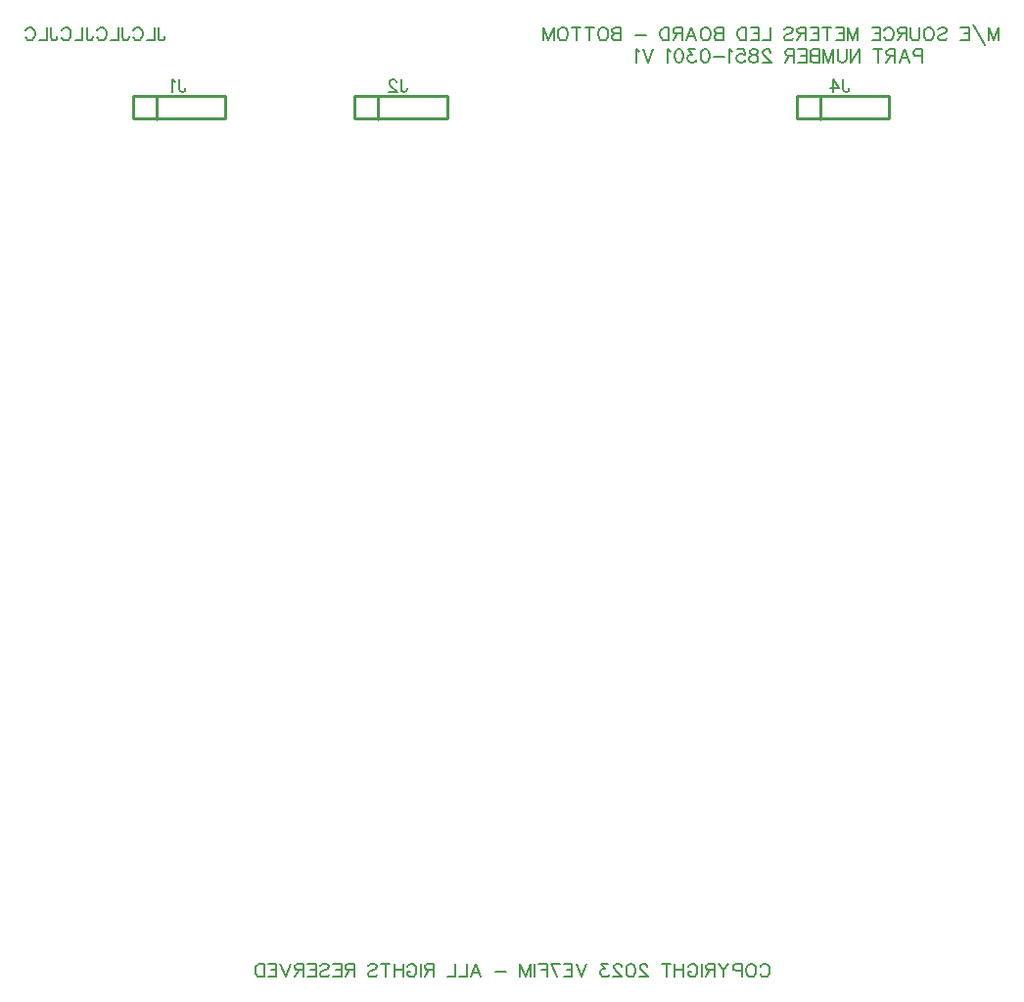
<source format=gbo>
G04 Layer: BottomSilkscreenLayer*
G04 EasyEDA v6.5.29, 2023-07-18 10:57:26*
G04 0569b9fd0f0c4a709173e771a03f3b8e,5a6b42c53f6a479593ecc07194224c93,10*
G04 Gerber Generator version 0.2*
G04 Scale: 100 percent, Rotated: No, Reflected: No *
G04 Dimensions in millimeters *
G04 leading zeros omitted , absolute positions ,4 integer and 5 decimal *
%FSLAX45Y45*%
%MOMM*%

%ADD10C,0.2032*%
%ADD11C,0.2030*%
%ADD12C,0.1524*%
%ADD13C,0.2540*%

%LPD*%
D10*
X1520187Y11576547D02*
G01*
X1520187Y11489171D01*
X1525775Y11472915D01*
X1531109Y11467327D01*
X1542031Y11461993D01*
X1552953Y11461993D01*
X1563875Y11467327D01*
X1569463Y11472915D01*
X1574797Y11489171D01*
X1574797Y11500093D01*
X1484373Y11576547D02*
G01*
X1484373Y11461993D01*
X1484373Y11461993D02*
G01*
X1418841Y11461993D01*
X1300985Y11549115D02*
G01*
X1306319Y11560037D01*
X1317241Y11570959D01*
X1328163Y11576547D01*
X1350007Y11576547D01*
X1360929Y11570959D01*
X1371851Y11560037D01*
X1377439Y11549115D01*
X1382773Y11532859D01*
X1382773Y11505681D01*
X1377439Y11489171D01*
X1371851Y11478249D01*
X1360929Y11467327D01*
X1350007Y11461993D01*
X1328163Y11461993D01*
X1317241Y11467327D01*
X1306319Y11478249D01*
X1300985Y11489171D01*
X1210561Y11576547D02*
G01*
X1210561Y11489171D01*
X1215895Y11472915D01*
X1221229Y11467327D01*
X1232151Y11461993D01*
X1243073Y11461993D01*
X1253995Y11467327D01*
X1259583Y11472915D01*
X1264917Y11489171D01*
X1264917Y11500093D01*
X1174493Y11576547D02*
G01*
X1174493Y11461993D01*
X1174493Y11461993D02*
G01*
X1108961Y11461993D01*
X991105Y11549115D02*
G01*
X996693Y11560037D01*
X1007615Y11570959D01*
X1018537Y11576547D01*
X1040127Y11576547D01*
X1051049Y11570959D01*
X1061971Y11560037D01*
X1067559Y11549115D01*
X1072893Y11532859D01*
X1072893Y11505681D01*
X1067559Y11489171D01*
X1061971Y11478249D01*
X1051049Y11467327D01*
X1040127Y11461993D01*
X1018537Y11461993D01*
X1007615Y11467327D01*
X996693Y11478249D01*
X991105Y11489171D01*
X900681Y11576547D02*
G01*
X900681Y11489171D01*
X906015Y11472915D01*
X911603Y11467327D01*
X922525Y11461993D01*
X933447Y11461993D01*
X944369Y11467327D01*
X949703Y11472915D01*
X955037Y11489171D01*
X955037Y11500093D01*
X864613Y11576547D02*
G01*
X864613Y11461993D01*
X864613Y11461993D02*
G01*
X799081Y11461993D01*
X681225Y11549115D02*
G01*
X686813Y11560037D01*
X697735Y11570959D01*
X708657Y11576547D01*
X730501Y11576547D01*
X741423Y11570959D01*
X752345Y11560037D01*
X757679Y11549115D01*
X763267Y11532859D01*
X763267Y11505681D01*
X757679Y11489171D01*
X752345Y11478249D01*
X741423Y11467327D01*
X730501Y11461993D01*
X708657Y11461993D01*
X697735Y11467327D01*
X686813Y11478249D01*
X681225Y11489171D01*
X590801Y11576547D02*
G01*
X590801Y11489171D01*
X596135Y11472915D01*
X601723Y11467327D01*
X612645Y11461993D01*
X623567Y11461993D01*
X634489Y11467327D01*
X639823Y11472915D01*
X645411Y11489171D01*
X645411Y11500093D01*
X554733Y11576547D02*
G01*
X554733Y11461993D01*
X554733Y11461993D02*
G01*
X489455Y11461993D01*
X371599Y11549115D02*
G01*
X376933Y11560037D01*
X387855Y11570959D01*
X398777Y11576547D01*
X420621Y11576547D01*
X431543Y11570959D01*
X442465Y11560037D01*
X447799Y11549115D01*
X453387Y11532859D01*
X453387Y11505681D01*
X447799Y11489171D01*
X442465Y11478249D01*
X431543Y11467327D01*
X420621Y11461993D01*
X398777Y11461993D01*
X387855Y11467327D01*
X376933Y11478249D01*
X371599Y11489171D01*
X8788400Y11576489D02*
G01*
X8788400Y11461945D01*
X8788400Y11576489D02*
G01*
X8744762Y11461945D01*
X8701128Y11576489D02*
G01*
X8744762Y11461945D01*
X8701128Y11576489D02*
G01*
X8701128Y11461945D01*
X8566945Y11598308D02*
G01*
X8665128Y11423764D01*
X8530945Y11576489D02*
G01*
X8530945Y11461945D01*
X8530945Y11576489D02*
G01*
X8460036Y11576489D01*
X8530945Y11521945D02*
G01*
X8487310Y11521945D01*
X8530945Y11461945D02*
G01*
X8460036Y11461945D01*
X8263674Y11560126D02*
G01*
X8274583Y11571036D01*
X8290946Y11576489D01*
X8312764Y11576489D01*
X8329127Y11571036D01*
X8340036Y11560126D01*
X8340036Y11549217D01*
X8334583Y11538308D01*
X8329127Y11532854D01*
X8318218Y11527399D01*
X8285492Y11516489D01*
X8274583Y11511036D01*
X8269127Y11505582D01*
X8263674Y11494673D01*
X8263674Y11478308D01*
X8274583Y11467399D01*
X8290946Y11461945D01*
X8312764Y11461945D01*
X8329127Y11467399D01*
X8340036Y11478308D01*
X8194946Y11576489D02*
G01*
X8205856Y11571036D01*
X8216765Y11560126D01*
X8222218Y11549217D01*
X8227674Y11532854D01*
X8227674Y11505582D01*
X8222218Y11489217D01*
X8216765Y11478308D01*
X8205856Y11467399D01*
X8194946Y11461945D01*
X8173128Y11461945D01*
X8162218Y11467399D01*
X8151309Y11478308D01*
X8145856Y11489217D01*
X8140400Y11505582D01*
X8140400Y11532854D01*
X8145856Y11549217D01*
X8151309Y11560126D01*
X8162218Y11571036D01*
X8173128Y11576489D01*
X8194946Y11576489D01*
X8104400Y11576489D02*
G01*
X8104400Y11494673D01*
X8098947Y11478308D01*
X8088038Y11467399D01*
X8071672Y11461945D01*
X8060766Y11461945D01*
X8044400Y11467399D01*
X8033491Y11478308D01*
X8028038Y11494673D01*
X8028038Y11576489D01*
X7992038Y11576489D02*
G01*
X7992038Y11461945D01*
X7992038Y11576489D02*
G01*
X7942948Y11576489D01*
X7926583Y11571036D01*
X7921129Y11565582D01*
X7915673Y11554673D01*
X7915673Y11543764D01*
X7921129Y11532854D01*
X7926583Y11527399D01*
X7942948Y11521945D01*
X7992038Y11521945D01*
X7953855Y11521945D02*
G01*
X7915673Y11461945D01*
X7797855Y11549217D02*
G01*
X7803311Y11560126D01*
X7814221Y11571036D01*
X7825130Y11576489D01*
X7846946Y11576489D01*
X7857855Y11571036D01*
X7868765Y11560126D01*
X7874220Y11549217D01*
X7879674Y11532854D01*
X7879674Y11505582D01*
X7874220Y11489217D01*
X7868765Y11478308D01*
X7857855Y11467399D01*
X7846946Y11461945D01*
X7825130Y11461945D01*
X7814221Y11467399D01*
X7803311Y11478308D01*
X7797855Y11489217D01*
X7761856Y11576489D02*
G01*
X7761856Y11461945D01*
X7761856Y11576489D02*
G01*
X7690947Y11576489D01*
X7761856Y11521945D02*
G01*
X7718219Y11521945D01*
X7761856Y11461945D02*
G01*
X7690947Y11461945D01*
X7570947Y11576489D02*
G01*
X7570947Y11461945D01*
X7570947Y11576489D02*
G01*
X7527312Y11461945D01*
X7483675Y11576489D02*
G01*
X7527312Y11461945D01*
X7483675Y11576489D02*
G01*
X7483675Y11461945D01*
X7447676Y11576489D02*
G01*
X7447676Y11461945D01*
X7447676Y11576489D02*
G01*
X7376767Y11576489D01*
X7447676Y11521945D02*
G01*
X7404039Y11521945D01*
X7447676Y11461945D02*
G01*
X7376767Y11461945D01*
X7302583Y11576489D02*
G01*
X7302583Y11461945D01*
X7340767Y11576489D02*
G01*
X7264402Y11576489D01*
X7228403Y11576489D02*
G01*
X7228403Y11461945D01*
X7228403Y11576489D02*
G01*
X7157493Y11576489D01*
X7228403Y11521945D02*
G01*
X7184765Y11521945D01*
X7228403Y11461945D02*
G01*
X7157493Y11461945D01*
X7121494Y11576489D02*
G01*
X7121494Y11461945D01*
X7121494Y11576489D02*
G01*
X7072403Y11576489D01*
X7056038Y11571036D01*
X7050585Y11565582D01*
X7045131Y11554673D01*
X7045131Y11543764D01*
X7050585Y11532854D01*
X7056038Y11527399D01*
X7072403Y11521945D01*
X7121494Y11521945D01*
X7083313Y11521945D02*
G01*
X7045131Y11461945D01*
X6932767Y11560126D02*
G01*
X6943676Y11571036D01*
X6960039Y11576489D01*
X6981858Y11576489D01*
X6998220Y11571036D01*
X7009129Y11560126D01*
X7009129Y11549217D01*
X7003676Y11538308D01*
X6998220Y11532854D01*
X6987313Y11527399D01*
X6954586Y11516489D01*
X6943676Y11511036D01*
X6938220Y11505582D01*
X6932767Y11494673D01*
X6932767Y11478308D01*
X6943676Y11467399D01*
X6960039Y11461945D01*
X6981858Y11461945D01*
X6998220Y11467399D01*
X7009129Y11478308D01*
X6812767Y11576489D02*
G01*
X6812767Y11461945D01*
X6812767Y11461945D02*
G01*
X6747314Y11461945D01*
X6711312Y11576489D02*
G01*
X6711312Y11461945D01*
X6711312Y11576489D02*
G01*
X6640403Y11576489D01*
X6711312Y11521945D02*
G01*
X6667677Y11521945D01*
X6711312Y11461945D02*
G01*
X6640403Y11461945D01*
X6604403Y11576489D02*
G01*
X6604403Y11461945D01*
X6604403Y11576489D02*
G01*
X6566222Y11576489D01*
X6549859Y11571036D01*
X6538950Y11560126D01*
X6533494Y11549217D01*
X6528041Y11532854D01*
X6528041Y11505582D01*
X6533494Y11489217D01*
X6538950Y11478308D01*
X6549859Y11467399D01*
X6566222Y11461945D01*
X6604403Y11461945D01*
X6408041Y11576489D02*
G01*
X6408041Y11461945D01*
X6408041Y11576489D02*
G01*
X6358950Y11576489D01*
X6342585Y11571036D01*
X6337132Y11565582D01*
X6331676Y11554673D01*
X6331676Y11543764D01*
X6337132Y11532854D01*
X6342585Y11527399D01*
X6358950Y11521945D01*
X6408041Y11521945D02*
G01*
X6358950Y11521945D01*
X6342585Y11516489D01*
X6337132Y11511036D01*
X6331676Y11500126D01*
X6331676Y11483764D01*
X6337132Y11472854D01*
X6342585Y11467399D01*
X6358950Y11461945D01*
X6408041Y11461945D01*
X6262951Y11576489D02*
G01*
X6273858Y11571036D01*
X6284767Y11560126D01*
X6290223Y11549217D01*
X6295677Y11532854D01*
X6295677Y11505582D01*
X6290223Y11489217D01*
X6284767Y11478308D01*
X6273858Y11467399D01*
X6262951Y11461945D01*
X6241133Y11461945D01*
X6230223Y11467399D01*
X6219314Y11478308D01*
X6213858Y11489217D01*
X6208405Y11505582D01*
X6208405Y11532854D01*
X6213858Y11549217D01*
X6219314Y11560126D01*
X6230223Y11571036D01*
X6241133Y11576489D01*
X6262951Y11576489D01*
X6128768Y11576489D02*
G01*
X6172405Y11461945D01*
X6128768Y11576489D02*
G01*
X6085133Y11461945D01*
X6156040Y11500126D02*
G01*
X6101496Y11500126D01*
X6049131Y11576489D02*
G01*
X6049131Y11461945D01*
X6049131Y11576489D02*
G01*
X6000041Y11576489D01*
X5983678Y11571036D01*
X5978222Y11565582D01*
X5972769Y11554673D01*
X5972769Y11543764D01*
X5978222Y11532854D01*
X5983678Y11527399D01*
X6000041Y11521945D01*
X6049131Y11521945D01*
X6010950Y11521945D02*
G01*
X5972769Y11461945D01*
X5936769Y11576489D02*
G01*
X5936769Y11461945D01*
X5936769Y11576489D02*
G01*
X5898588Y11576489D01*
X5882223Y11571036D01*
X5871314Y11560126D01*
X5865860Y11549217D01*
X5860404Y11532854D01*
X5860404Y11505582D01*
X5865860Y11489217D01*
X5871314Y11478308D01*
X5882223Y11467399D01*
X5898588Y11461945D01*
X5936769Y11461945D01*
X5740405Y11511036D02*
G01*
X5642223Y11511036D01*
X5522224Y11576489D02*
G01*
X5522224Y11461945D01*
X5522224Y11576489D02*
G01*
X5473133Y11576489D01*
X5456770Y11571036D01*
X5451314Y11565582D01*
X5445861Y11554673D01*
X5445861Y11543764D01*
X5451314Y11532854D01*
X5456770Y11527399D01*
X5473133Y11521945D01*
X5522224Y11521945D02*
G01*
X5473133Y11521945D01*
X5456770Y11516489D01*
X5451314Y11511036D01*
X5445861Y11500126D01*
X5445861Y11483764D01*
X5451314Y11472854D01*
X5456770Y11467399D01*
X5473133Y11461945D01*
X5522224Y11461945D01*
X5377134Y11576489D02*
G01*
X5388043Y11571036D01*
X5398952Y11560126D01*
X5404406Y11549217D01*
X5409862Y11532854D01*
X5409862Y11505582D01*
X5404406Y11489217D01*
X5398952Y11478308D01*
X5388043Y11467399D01*
X5377134Y11461945D01*
X5355315Y11461945D01*
X5344406Y11467399D01*
X5333497Y11478308D01*
X5328043Y11489217D01*
X5322587Y11505582D01*
X5322587Y11532854D01*
X5328043Y11549217D01*
X5333497Y11560126D01*
X5344406Y11571036D01*
X5355315Y11576489D01*
X5377134Y11576489D01*
X5248407Y11576489D02*
G01*
X5248407Y11461945D01*
X5286588Y11576489D02*
G01*
X5210225Y11576489D01*
X5136042Y11576489D02*
G01*
X5136042Y11461945D01*
X5174226Y11576489D02*
G01*
X5097861Y11576489D01*
X5029133Y11576489D02*
G01*
X5040043Y11571036D01*
X5050952Y11560126D01*
X5056408Y11549217D01*
X5061861Y11532854D01*
X5061861Y11505582D01*
X5056408Y11489217D01*
X5050952Y11478308D01*
X5040043Y11467399D01*
X5029133Y11461945D01*
X5007317Y11461945D01*
X4996408Y11467399D01*
X4985499Y11478308D01*
X4980043Y11489217D01*
X4974590Y11505582D01*
X4974590Y11532854D01*
X4980043Y11549217D01*
X4985499Y11560126D01*
X4996408Y11571036D01*
X5007317Y11576489D01*
X5029133Y11576489D01*
X4938590Y11576489D02*
G01*
X4938590Y11461945D01*
X4938590Y11576489D02*
G01*
X4894953Y11461945D01*
X4851316Y11576489D02*
G01*
X4894953Y11461945D01*
X4851316Y11576489D02*
G01*
X4851316Y11461945D01*
X8128000Y11385989D02*
G01*
X8128000Y11271445D01*
X8128000Y11385989D02*
G01*
X8078909Y11385989D01*
X8062546Y11380536D01*
X8057090Y11375082D01*
X8051637Y11364173D01*
X8051637Y11347808D01*
X8057090Y11336898D01*
X8062546Y11331445D01*
X8078909Y11325989D01*
X8128000Y11325989D01*
X7972000Y11385989D02*
G01*
X8015635Y11271445D01*
X7972000Y11385989D02*
G01*
X7928363Y11271445D01*
X7999272Y11309626D02*
G01*
X7944728Y11309626D01*
X7892364Y11385989D02*
G01*
X7892364Y11271445D01*
X7892364Y11385989D02*
G01*
X7843273Y11385989D01*
X7826910Y11380536D01*
X7821455Y11375082D01*
X7816001Y11364173D01*
X7816001Y11353264D01*
X7821455Y11342354D01*
X7826910Y11336898D01*
X7843273Y11331445D01*
X7892364Y11331445D01*
X7854182Y11331445D02*
G01*
X7816001Y11271445D01*
X7741818Y11385989D02*
G01*
X7741818Y11271445D01*
X7779999Y11385989D02*
G01*
X7703637Y11385989D01*
X7583637Y11385989D02*
G01*
X7583637Y11271445D01*
X7583637Y11385989D02*
G01*
X7507274Y11271445D01*
X7507274Y11385989D02*
G01*
X7507274Y11271445D01*
X7471272Y11385989D02*
G01*
X7471272Y11304173D01*
X7465819Y11287808D01*
X7454910Y11276898D01*
X7438547Y11271445D01*
X7427638Y11271445D01*
X7411272Y11276898D01*
X7400366Y11287808D01*
X7394910Y11304173D01*
X7394910Y11385989D01*
X7358910Y11385989D02*
G01*
X7358910Y11271445D01*
X7358910Y11385989D02*
G01*
X7315273Y11271445D01*
X7271638Y11385989D02*
G01*
X7315273Y11271445D01*
X7271638Y11385989D02*
G01*
X7271638Y11271445D01*
X7235637Y11385989D02*
G01*
X7235637Y11271445D01*
X7235637Y11385989D02*
G01*
X7186546Y11385989D01*
X7170183Y11380536D01*
X7164730Y11375082D01*
X7159274Y11364173D01*
X7159274Y11353264D01*
X7164730Y11342354D01*
X7170183Y11336898D01*
X7186546Y11331445D01*
X7235637Y11331445D02*
G01*
X7186546Y11331445D01*
X7170183Y11325989D01*
X7164730Y11320536D01*
X7159274Y11309626D01*
X7159274Y11293264D01*
X7164730Y11282354D01*
X7170183Y11276898D01*
X7186546Y11271445D01*
X7235637Y11271445D01*
X7123275Y11385989D02*
G01*
X7123275Y11271445D01*
X7123275Y11385989D02*
G01*
X7052365Y11385989D01*
X7123275Y11331445D02*
G01*
X7079637Y11331445D01*
X7123275Y11271445D02*
G01*
X7052365Y11271445D01*
X7016366Y11385989D02*
G01*
X7016366Y11271445D01*
X7016366Y11385989D02*
G01*
X6967275Y11385989D01*
X6950910Y11380536D01*
X6945457Y11375082D01*
X6940001Y11364173D01*
X6940001Y11353264D01*
X6945457Y11342354D01*
X6950910Y11336898D01*
X6967275Y11331445D01*
X7016366Y11331445D01*
X6978185Y11331445D02*
G01*
X6940001Y11271445D01*
X6814548Y11358717D02*
G01*
X6814548Y11364173D01*
X6809092Y11375082D01*
X6803638Y11380536D01*
X6792729Y11385989D01*
X6770911Y11385989D01*
X6760001Y11380536D01*
X6754548Y11375082D01*
X6749092Y11364173D01*
X6749092Y11353264D01*
X6754548Y11342354D01*
X6765457Y11325989D01*
X6820001Y11271445D01*
X6743639Y11271445D01*
X6680367Y11385989D02*
G01*
X6696730Y11380536D01*
X6702183Y11369626D01*
X6702183Y11358717D01*
X6696730Y11347808D01*
X6685821Y11342354D01*
X6664002Y11336898D01*
X6647639Y11331445D01*
X6636730Y11320536D01*
X6631274Y11309626D01*
X6631274Y11293264D01*
X6636730Y11282354D01*
X6642183Y11276898D01*
X6658549Y11271445D01*
X6680367Y11271445D01*
X6696730Y11276898D01*
X6702183Y11282354D01*
X6707639Y11293264D01*
X6707639Y11309626D01*
X6702183Y11320536D01*
X6691274Y11331445D01*
X6674911Y11336898D01*
X6653093Y11342354D01*
X6642183Y11347808D01*
X6636730Y11358717D01*
X6636730Y11369626D01*
X6642183Y11380536D01*
X6658549Y11385989D01*
X6680367Y11385989D01*
X6529821Y11385989D02*
G01*
X6584365Y11385989D01*
X6589821Y11336898D01*
X6584365Y11342354D01*
X6568003Y11347808D01*
X6551640Y11347808D01*
X6535275Y11342354D01*
X6524365Y11331445D01*
X6518912Y11315082D01*
X6518912Y11304173D01*
X6524365Y11287808D01*
X6535275Y11276898D01*
X6551640Y11271445D01*
X6568003Y11271445D01*
X6584365Y11276898D01*
X6589821Y11282354D01*
X6595275Y11293264D01*
X6482913Y11364173D02*
G01*
X6472003Y11369626D01*
X6455638Y11385989D01*
X6455638Y11271445D01*
X6419639Y11320536D02*
G01*
X6321458Y11320536D01*
X6252730Y11385989D02*
G01*
X6269093Y11380536D01*
X6280002Y11364173D01*
X6285458Y11336898D01*
X6285458Y11320536D01*
X6280002Y11293264D01*
X6269093Y11276898D01*
X6252730Y11271445D01*
X6241821Y11271445D01*
X6225458Y11276898D01*
X6214549Y11293264D01*
X6209093Y11320536D01*
X6209093Y11336898D01*
X6214549Y11364173D01*
X6225458Y11380536D01*
X6241821Y11385989D01*
X6252730Y11385989D01*
X6162184Y11385989D02*
G01*
X6102184Y11385989D01*
X6134912Y11342354D01*
X6118550Y11342354D01*
X6107640Y11336898D01*
X6102184Y11331445D01*
X6096731Y11315082D01*
X6096731Y11304173D01*
X6102184Y11287808D01*
X6113094Y11276898D01*
X6129459Y11271445D01*
X6145822Y11271445D01*
X6162184Y11276898D01*
X6167640Y11282354D01*
X6173094Y11293264D01*
X6028004Y11385989D02*
G01*
X6044366Y11380536D01*
X6055276Y11364173D01*
X6060732Y11336898D01*
X6060732Y11320536D01*
X6055276Y11293264D01*
X6044366Y11276898D01*
X6028004Y11271445D01*
X6017094Y11271445D01*
X6000732Y11276898D01*
X5989822Y11293264D01*
X5984366Y11320536D01*
X5984366Y11336898D01*
X5989822Y11364173D01*
X6000732Y11380536D01*
X6017094Y11385989D01*
X6028004Y11385989D01*
X5948367Y11364173D02*
G01*
X5937458Y11369626D01*
X5921095Y11385989D01*
X5921095Y11271445D01*
X5801095Y11385989D02*
G01*
X5757458Y11271445D01*
X5713823Y11385989D02*
G01*
X5757458Y11271445D01*
X5677822Y11364173D02*
G01*
X5666915Y11369626D01*
X5650550Y11385989D01*
X5650550Y11271445D01*
D11*
X6725381Y3446617D02*
G01*
X6730837Y3457526D01*
X6741746Y3468436D01*
X6752653Y3473889D01*
X6774472Y3473889D01*
X6785381Y3468436D01*
X6796290Y3457526D01*
X6801746Y3446617D01*
X6807200Y3430254D01*
X6807200Y3402982D01*
X6801746Y3386617D01*
X6796290Y3375708D01*
X6785381Y3364799D01*
X6774472Y3359345D01*
X6752653Y3359345D01*
X6741746Y3364799D01*
X6730837Y3375708D01*
X6725381Y3386617D01*
X6656654Y3473889D02*
G01*
X6667563Y3468436D01*
X6678472Y3457526D01*
X6683928Y3446617D01*
X6689382Y3430254D01*
X6689382Y3402982D01*
X6683928Y3386617D01*
X6678472Y3375708D01*
X6667563Y3364799D01*
X6656654Y3359345D01*
X6634835Y3359345D01*
X6623928Y3364799D01*
X6613019Y3375708D01*
X6607563Y3386617D01*
X6602110Y3402982D01*
X6602110Y3430254D01*
X6607563Y3446617D01*
X6613019Y3457526D01*
X6623928Y3468436D01*
X6634835Y3473889D01*
X6656654Y3473889D01*
X6566110Y3473889D02*
G01*
X6566110Y3359345D01*
X6566110Y3473889D02*
G01*
X6517017Y3473889D01*
X6500655Y3468436D01*
X6495200Y3462982D01*
X6489745Y3452073D01*
X6489745Y3435708D01*
X6495200Y3424799D01*
X6500655Y3419345D01*
X6517017Y3413889D01*
X6566110Y3413889D01*
X6453746Y3473889D02*
G01*
X6410109Y3419345D01*
X6410109Y3359345D01*
X6366474Y3473889D02*
G01*
X6410109Y3419345D01*
X6330472Y3473889D02*
G01*
X6330472Y3359345D01*
X6330472Y3473889D02*
G01*
X6281381Y3473889D01*
X6265019Y3468436D01*
X6259565Y3462982D01*
X6254109Y3452073D01*
X6254109Y3441164D01*
X6259565Y3430254D01*
X6265019Y3424799D01*
X6281381Y3419345D01*
X6330472Y3419345D01*
X6292291Y3419345D02*
G01*
X6254109Y3359345D01*
X6218110Y3473889D02*
G01*
X6218110Y3359345D01*
X6100292Y3446617D02*
G01*
X6105745Y3457526D01*
X6116655Y3468436D01*
X6127564Y3473889D01*
X6149383Y3473889D01*
X6160292Y3468436D01*
X6171201Y3457526D01*
X6176655Y3446617D01*
X6182111Y3430254D01*
X6182111Y3402982D01*
X6176655Y3386617D01*
X6171201Y3375708D01*
X6160292Y3364799D01*
X6149383Y3359345D01*
X6127564Y3359345D01*
X6116655Y3364799D01*
X6105745Y3375708D01*
X6100292Y3386617D01*
X6100292Y3402982D01*
X6127564Y3402982D02*
G01*
X6100292Y3402982D01*
X6064293Y3473889D02*
G01*
X6064293Y3359345D01*
X5987928Y3473889D02*
G01*
X5987928Y3359345D01*
X6064293Y3419345D02*
G01*
X5987928Y3419345D01*
X5913747Y3473889D02*
G01*
X5913747Y3359345D01*
X5951928Y3473889D02*
G01*
X5875566Y3473889D01*
X5750110Y3446617D02*
G01*
X5750110Y3452073D01*
X5744657Y3462982D01*
X5739201Y3468436D01*
X5728291Y3473889D01*
X5706475Y3473889D01*
X5695566Y3468436D01*
X5690110Y3462982D01*
X5684657Y3452073D01*
X5684657Y3441164D01*
X5690110Y3430254D01*
X5701019Y3413889D01*
X5755566Y3359345D01*
X5679201Y3359345D01*
X5610473Y3473889D02*
G01*
X5626839Y3468436D01*
X5637748Y3452073D01*
X5643201Y3424799D01*
X5643201Y3408436D01*
X5637748Y3381164D01*
X5626839Y3364799D01*
X5610473Y3359345D01*
X5599567Y3359345D01*
X5583201Y3364799D01*
X5572292Y3381164D01*
X5566839Y3408436D01*
X5566839Y3424799D01*
X5572292Y3452073D01*
X5583201Y3468436D01*
X5599567Y3473889D01*
X5610473Y3473889D01*
X5525383Y3446617D02*
G01*
X5525383Y3452073D01*
X5519930Y3462982D01*
X5514474Y3468436D01*
X5503565Y3473889D01*
X5481749Y3473889D01*
X5470839Y3468436D01*
X5465384Y3462982D01*
X5459930Y3452073D01*
X5459930Y3441164D01*
X5465384Y3430254D01*
X5476293Y3413889D01*
X5530839Y3359345D01*
X5454474Y3359345D01*
X5407566Y3473889D02*
G01*
X5347566Y3473889D01*
X5380294Y3430254D01*
X5363931Y3430254D01*
X5353022Y3424799D01*
X5347566Y3419345D01*
X5342112Y3402982D01*
X5342112Y3392073D01*
X5347566Y3375708D01*
X5358475Y3364799D01*
X5374838Y3359345D01*
X5391203Y3359345D01*
X5407566Y3364799D01*
X5413021Y3370254D01*
X5418475Y3381164D01*
X5222113Y3473889D02*
G01*
X5178475Y3359345D01*
X5134838Y3473889D02*
G01*
X5178475Y3359345D01*
X5098839Y3473889D02*
G01*
X5098839Y3359345D01*
X5098839Y3473889D02*
G01*
X5027929Y3473889D01*
X5098839Y3419345D02*
G01*
X5055204Y3419345D01*
X5098839Y3359345D02*
G01*
X5027929Y3359345D01*
X4915568Y3473889D02*
G01*
X4970111Y3359345D01*
X4991930Y3473889D02*
G01*
X4915568Y3473889D01*
X4879568Y3473889D02*
G01*
X4879568Y3359345D01*
X4879568Y3473889D02*
G01*
X4808659Y3473889D01*
X4879568Y3419345D02*
G01*
X4835931Y3419345D01*
X4772657Y3473889D02*
G01*
X4772657Y3359345D01*
X4736658Y3473889D02*
G01*
X4736658Y3359345D01*
X4736658Y3473889D02*
G01*
X4693023Y3359345D01*
X4649386Y3473889D02*
G01*
X4693023Y3359345D01*
X4649386Y3473889D02*
G01*
X4649386Y3359345D01*
X4529386Y3408436D02*
G01*
X4431205Y3408436D01*
X4267568Y3473889D02*
G01*
X4311205Y3359345D01*
X4267568Y3473889D02*
G01*
X4223933Y3359345D01*
X4294840Y3397526D02*
G01*
X4240296Y3397526D01*
X4187931Y3473889D02*
G01*
X4187931Y3359345D01*
X4187931Y3359345D02*
G01*
X4122478Y3359345D01*
X4086479Y3473889D02*
G01*
X4086479Y3359345D01*
X4086479Y3359345D02*
G01*
X4021023Y3359345D01*
X3901023Y3473889D02*
G01*
X3901023Y3359345D01*
X3901023Y3473889D02*
G01*
X3851932Y3473889D01*
X3835570Y3468436D01*
X3830114Y3462982D01*
X3824660Y3452073D01*
X3824660Y3441164D01*
X3830114Y3430254D01*
X3835570Y3424799D01*
X3851932Y3419345D01*
X3901023Y3419345D01*
X3862842Y3419345D02*
G01*
X3824660Y3359345D01*
X3788661Y3473889D02*
G01*
X3788661Y3359345D01*
X3670843Y3446617D02*
G01*
X3676296Y3457526D01*
X3687206Y3468436D01*
X3698115Y3473889D01*
X3719934Y3473889D01*
X3730843Y3468436D01*
X3741752Y3457526D01*
X3747206Y3446617D01*
X3752659Y3430254D01*
X3752659Y3402982D01*
X3747206Y3386617D01*
X3741752Y3375708D01*
X3730843Y3364799D01*
X3719934Y3359345D01*
X3698115Y3359345D01*
X3687206Y3364799D01*
X3676296Y3375708D01*
X3670843Y3386617D01*
X3670843Y3402982D01*
X3698115Y3402982D02*
G01*
X3670843Y3402982D01*
X3634841Y3473889D02*
G01*
X3634841Y3359345D01*
X3558479Y3473889D02*
G01*
X3558479Y3359345D01*
X3634841Y3419345D02*
G01*
X3558479Y3419345D01*
X3484298Y3473889D02*
G01*
X3484298Y3359345D01*
X3522479Y3473889D02*
G01*
X3446117Y3473889D01*
X3333752Y3457526D02*
G01*
X3344661Y3468436D01*
X3361024Y3473889D01*
X3382843Y3473889D01*
X3399205Y3468436D01*
X3410115Y3457526D01*
X3410115Y3446617D01*
X3404661Y3435708D01*
X3399205Y3430254D01*
X3388296Y3424799D01*
X3355571Y3413889D01*
X3344661Y3408436D01*
X3339205Y3402982D01*
X3333752Y3392073D01*
X3333752Y3375708D01*
X3344661Y3364799D01*
X3361024Y3359345D01*
X3382843Y3359345D01*
X3399205Y3364799D01*
X3410115Y3375708D01*
X3213752Y3473889D02*
G01*
X3213752Y3359345D01*
X3213752Y3473889D02*
G01*
X3164662Y3473889D01*
X3148296Y3468436D01*
X3142843Y3462982D01*
X3137390Y3452073D01*
X3137390Y3441164D01*
X3142843Y3430254D01*
X3148296Y3424799D01*
X3164662Y3419345D01*
X3213752Y3419345D01*
X3175571Y3419345D02*
G01*
X3137390Y3359345D01*
X3101388Y3473889D02*
G01*
X3101388Y3359345D01*
X3101388Y3473889D02*
G01*
X3030479Y3473889D01*
X3101388Y3419345D02*
G01*
X3057753Y3419345D01*
X3101388Y3359345D02*
G01*
X3030479Y3359345D01*
X2918117Y3457526D02*
G01*
X2929026Y3468436D01*
X2945389Y3473889D01*
X2967207Y3473889D01*
X2983570Y3468436D01*
X2994479Y3457526D01*
X2994479Y3446617D01*
X2989026Y3435708D01*
X2983570Y3430254D01*
X2972661Y3424799D01*
X2939935Y3413889D01*
X2929026Y3408436D01*
X2923570Y3402982D01*
X2918117Y3392073D01*
X2918117Y3375708D01*
X2929026Y3364799D01*
X2945389Y3359345D01*
X2967207Y3359345D01*
X2983570Y3364799D01*
X2994479Y3375708D01*
X2882117Y3473889D02*
G01*
X2882117Y3359345D01*
X2882117Y3473889D02*
G01*
X2811208Y3473889D01*
X2882117Y3419345D02*
G01*
X2838480Y3419345D01*
X2882117Y3359345D02*
G01*
X2811208Y3359345D01*
X2775209Y3473889D02*
G01*
X2775209Y3359345D01*
X2775209Y3473889D02*
G01*
X2726118Y3473889D01*
X2709753Y3468436D01*
X2704299Y3462982D01*
X2698843Y3452073D01*
X2698843Y3441164D01*
X2704299Y3430254D01*
X2709753Y3424799D01*
X2726118Y3419345D01*
X2775209Y3419345D01*
X2737025Y3419345D02*
G01*
X2698843Y3359345D01*
X2662844Y3473889D02*
G01*
X2619207Y3359345D01*
X2575572Y3473889D02*
G01*
X2619207Y3359345D01*
X2539573Y3473889D02*
G01*
X2539573Y3359345D01*
X2539573Y3473889D02*
G01*
X2468664Y3473889D01*
X2539573Y3419345D02*
G01*
X2495936Y3419345D01*
X2539573Y3359345D02*
G01*
X2468664Y3359345D01*
X2432662Y3473889D02*
G01*
X2432662Y3359345D01*
X2432662Y3473889D02*
G01*
X2394480Y3473889D01*
X2378118Y3468436D01*
X2367208Y3457526D01*
X2361755Y3446617D01*
X2356299Y3430254D01*
X2356299Y3402982D01*
X2361755Y3386617D01*
X2367208Y3375708D01*
X2378118Y3364799D01*
X2394480Y3359345D01*
X2432662Y3359345D01*
D12*
X3618369Y11126238D02*
G01*
X3618369Y11043112D01*
X3623566Y11027524D01*
X3628760Y11022329D01*
X3639151Y11017135D01*
X3649543Y11017135D01*
X3659934Y11022329D01*
X3665131Y11027524D01*
X3670325Y11043112D01*
X3670325Y11053503D01*
X3578885Y11100262D02*
G01*
X3578885Y11105456D01*
X3573691Y11115847D01*
X3568494Y11121044D01*
X3558103Y11126238D01*
X3537320Y11126238D01*
X3526929Y11121044D01*
X3521735Y11115847D01*
X3516541Y11105456D01*
X3516541Y11095065D01*
X3521735Y11084674D01*
X3532126Y11069088D01*
X3584079Y11017135D01*
X3511344Y11017135D01*
X7441069Y11126238D02*
G01*
X7441069Y11043112D01*
X7446266Y11027524D01*
X7451460Y11022329D01*
X7461851Y11017135D01*
X7472243Y11017135D01*
X7482634Y11022329D01*
X7487831Y11027524D01*
X7493025Y11043112D01*
X7493025Y11053503D01*
X7354826Y11126238D02*
G01*
X7406779Y11053503D01*
X7328849Y11053503D01*
X7354826Y11126238D02*
G01*
X7354826Y11017135D01*
X1700659Y11126249D02*
G01*
X1700659Y11043122D01*
X1705856Y11027534D01*
X1711050Y11022340D01*
X1721441Y11017145D01*
X1731832Y11017145D01*
X1742224Y11022340D01*
X1747420Y11027534D01*
X1752615Y11043122D01*
X1752615Y11053513D01*
X1666369Y11105466D02*
G01*
X1655980Y11110663D01*
X1640392Y11126249D01*
X1640392Y11017145D01*
D13*
X3422599Y10782300D02*
G01*
X3422599Y10972800D01*
X3219500Y10783900D02*
G01*
X4019499Y10783900D01*
X4019499Y10983899D01*
X3219500Y10983899D01*
X3219500Y10783900D01*
X7245299Y10782300D02*
G01*
X7245299Y10972800D01*
X7042200Y10783900D02*
G01*
X7842199Y10783900D01*
X7842199Y10983899D01*
X7042200Y10983899D01*
X7042200Y10783900D01*
X1504899Y10782300D02*
G01*
X1504899Y10972800D01*
X1301800Y10783900D02*
G01*
X2101799Y10783900D01*
X2101799Y10983899D01*
X1301800Y10983899D01*
X1301800Y10783900D01*
M02*

</source>
